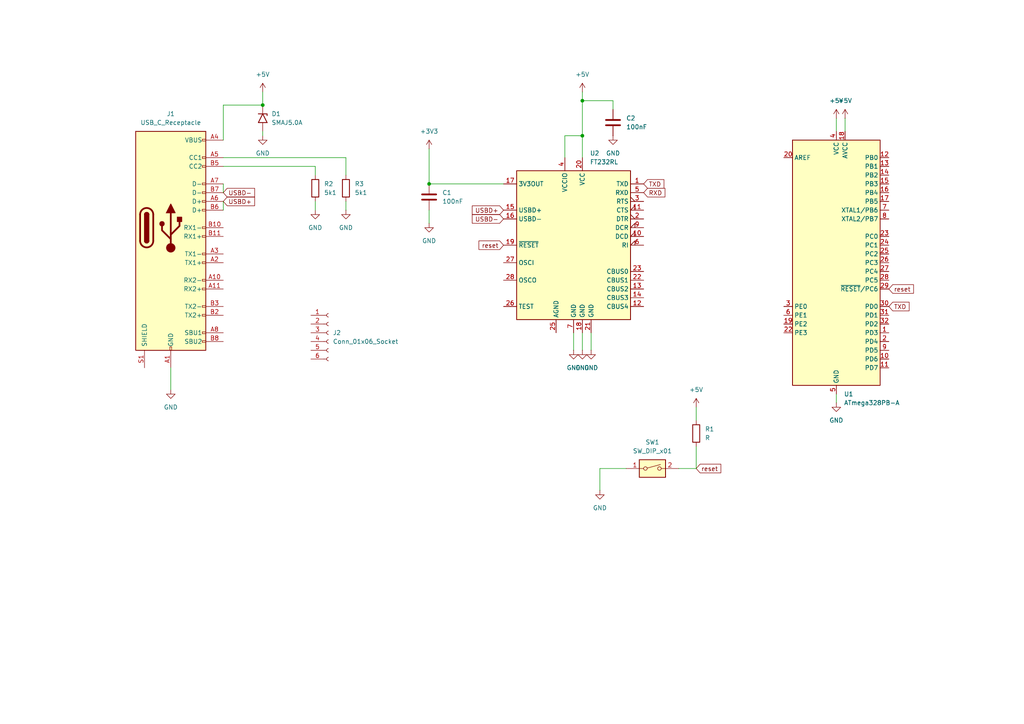
<source format=kicad_sch>
(kicad_sch (version 20231120) (generator "eeschema") (generator_version "8.0")
  (paper "A4")
  (lib_symbols
    (symbol "Connector:Conn_01x06_Socket" (pin_names (offset 1.016) hide)
      (property "Reference" "J" (at 0 7.62 0))
      (property "Value" "Conn_01x06_Socket" (at 0 -10.16 0))
      (symbol "Conn_01x06_Socket_1_1"
        (arc (start 0 -7.112) (mid -0.5058 -7.62) (end 0 -8.128) (stroke (width 0.1524)))
        (arc (start 0 -4.572) (mid -0.5058 -5.08) (end 0 -5.588) (stroke (width 0.1524)))
        (arc (start 0 -2.032) (mid -0.5058 -2.54) (end 0 -3.048) (stroke (width 0.1524)))
        (polyline (pts (xy -1.27 -7.62) (xy -0.508 -7.62)) (stroke (width 0.1524)))
        (polyline (pts (xy -1.27 -5.08) (xy -0.508 -5.08)) (stroke (width 0.1524)))
        (polyline (pts (xy -1.27 -2.54) (xy -0.508 -2.54)) (stroke (width 0.1524)))
        (polyline (pts (xy -1.27 0) (xy -0.508 0)) (stroke (width 0.1524)))
        (polyline (pts (xy -1.27 2.54) (xy -0.508 2.54)) (stroke (width 0.1524)))
        (polyline (pts (xy -1.27 5.08) (xy -0.508 5.08)) (stroke (width 0.1524)))
        (arc (start 0 0.508) (mid -0.5058 0) (end 0 -0.508) (stroke (width 0.1524)))
        (arc (start 0 3.048) (mid -0.5058 2.54) (end 0 2.032) (stroke (width 0.1524)))
        (arc (start 0 5.588) (mid -0.5058 5.08) (end 0 4.572) (stroke (width 0.1524)))
        (pin passive line (at -5.08 5.08 0) (length 3.81) (name "Pin_1") (number "1"))
        (pin passive line (at -5.08 2.54 0) (length 3.81) (name "Pin_2") (number "2"))
        (pin passive line (at -5.08 0 0) (length 3.81) (name "Pin_3") (number "3"))
        (pin passive line (at -5.08 -2.54 0) (length 3.81) (name "Pin_4") (number "4"))
        (pin passive line (at -5.08 -5.08 0) (length 3.81) (name "Pin_5") (number "5"))
        (pin passive line (at -5.08 -7.62 0) (length 3.81) (name "Pin_6") (number "6"))
      )
    )
    (symbol "Connector:USB_C_Receptacle" (pin_names (offset 1.016))
      (property "Reference" "J" (at -10.16 29.21 0))
      (property "Value" "USB_C_Receptacle" (at 10.16 29.21 0))
      (symbol "USB_C_Receptacle_0_0"
        (rectangle (start -0.254 -35.56) (end 0.254 -34.544))
        (rectangle (start 10.16 -32.766) (end 9.144 -33.274))
        (rectangle (start 10.16 -30.226) (end 9.144 -30.734))
        (rectangle (start 10.16 -25.146) (end 9.144 -25.654))
        (rectangle (start 10.16 -22.606) (end 9.144 -23.114))
        (rectangle (start 10.16 -17.526) (end 9.144 -18.034))
        (rectangle (start 10.16 -14.986) (end 9.144 -15.494))
        (rectangle (start 10.16 -9.906) (end 9.144 -10.414))
        (rectangle (start 10.16 -7.366) (end 9.144 -7.874))
        (rectangle (start 10.16 -2.286) (end 9.144 -2.794))
        (rectangle (start 10.16 0.254) (end 9.144 -0.254))
        (rectangle (start 10.16 5.334) (end 9.144 4.826))
        (rectangle (start 10.16 7.874) (end 9.144 7.366))
        (rectangle (start 10.16 10.414) (end 9.144 9.906))
        (rectangle (start 10.16 12.954) (end 9.144 12.446))
        (rectangle (start 10.16 18.034) (end 9.144 17.526))
        (rectangle (start 10.16 20.574) (end 9.144 20.066))
        (rectangle (start 10.16 25.654) (end 9.144 25.146))
      )
      (symbol "USB_C_Receptacle_0_1"
        (rectangle (start -10.16 27.94) (end 10.16 -35.56) (stroke (width 0.254)) (fill (type background)))
        (arc (start -8.89 -3.81) (mid -6.985 -5.7067) (end -5.08 -3.81) (stroke (width 0.508)))
        (arc (start -7.62 -3.81) (mid -6.985 -4.4423) (end -6.35 -3.81) (stroke (width 0.254)))
        (arc (start -7.62 -3.81) (mid -6.985 -4.4423) (end -6.35 -3.81) (stroke (width 0.254)) (fill (type outline)))
        (rectangle (start -7.62 -3.81) (end -6.35 3.81) (stroke (width 0.254)) (fill (type outline)))
        (arc (start -6.35 3.81) (mid -6.985 4.4423) (end -7.62 3.81) (stroke (width 0.254)))
        (arc (start -6.35 3.81) (mid -6.985 4.4423) (end -7.62 3.81) (stroke (width 0.254)) (fill (type outline)))
        (arc (start -5.08 3.81) (mid -6.985 5.7067) (end -8.89 3.81) (stroke (width 0.508)))
        (polyline (pts (xy -8.89 -3.81) (xy -8.89 3.81)) (stroke (width 0.508)))
        (polyline (pts (xy -5.08 3.81) (xy -5.08 -3.81)) (stroke (width 0.508)))
      )
      (symbol "USB_C_Receptacle_1_1"
        (circle (center -2.54 1.143) (radius 0.635) (stroke (width 0.254)) (fill (type outline)))
        (circle (center 0 -5.842) (radius 1.27) (fill (type outline)))
        (polyline (pts (xy 0 -5.842) (xy 0 4.318)) (stroke (width 0.508)))
        (polyline (pts (xy 0 -3.302) (xy -2.54 -0.762) (xy -2.54 0.508)) (stroke (width 0.508)))
        (polyline (pts (xy 0 -2.032) (xy 2.54 0.508) (xy 2.54 1.778)) (stroke (width 0.508)))
        (polyline (pts (xy -1.27 4.318) (xy 0 6.858) (xy 1.27 4.318) (xy -1.27 4.318)) (stroke (width 0.254)) (fill (type outline)))
        (rectangle (start 1.905 1.778) (end 3.175 3.048) (stroke (width 0.254)) (fill (type outline)))
        (pin passive line (at 0 -40.64 90) (length 5.08) (name "GND") (number "A1"))
        (pin bidirectional line (at 15.24 -15.24 180) (length 5.08) (name "RX2-") (number "A10"))
        (pin bidirectional line (at 15.24 -17.78 180) (length 5.08) (name "RX2+") (number "A11"))
        (pin passive line (at 0 -40.64 90) (length 5.08) hide (name "GND") (number "A12"))
        (pin bidirectional line (at 15.24 -10.16 180) (length 5.08) (name "TX1+") (number "A2"))
        (pin bidirectional line (at 15.24 -7.62 180) (length 5.08) (name "TX1-") (number "A3"))
        (pin passive line (at 15.24 25.4 180) (length 5.08) (name "VBUS") (number "A4"))
        (pin bidirectional line (at 15.24 20.32 180) (length 5.08) (name "CC1") (number "A5"))
        (pin bidirectional line (at 15.24 7.62 180) (length 5.08) (name "D+") (number "A6"))
        (pin bidirectional line (at 15.24 12.7 180) (length 5.08) (name "D-") (number "A7"))
        (pin bidirectional line (at 15.24 -30.48 180) (length 5.08) (name "SBU1") (number "A8"))
        (pin passive line (at 15.24 25.4 180) (length 5.08) hide (name "VBUS") (number "A9"))
        (pin passive line (at 0 -40.64 90) (length 5.08) hide (name "GND") (number "B1"))
        (pin bidirectional line (at 15.24 0 180) (length 5.08) (name "RX1-") (number "B10"))
        (pin bidirectional line (at 15.24 -2.54 180) (length 5.08) (name "RX1+") (number "B11"))
        (pin passive line (at 0 -40.64 90) (length 5.08) hide (name "GND") (number "B12"))
        (pin bidirectional line (at 15.24 -25.4 180) (length 5.08) (name "TX2+") (number "B2"))
        (pin bidirectional line (at 15.24 -22.86 180) (length 5.08) (name "TX2-") (number "B3"))
        (pin passive line (at 15.24 25.4 180) (length 5.08) hide (name "VBUS") (number "B4"))
        (pin bidirectional line (at 15.24 17.78 180) (length 5.08) (name "CC2") (number "B5"))
        (pin bidirectional line (at 15.24 5.08 180) (length 5.08) (name "D+") (number "B6"))
        (pin bidirectional line (at 15.24 10.16 180) (length 5.08) (name "D-") (number "B7"))
        (pin bidirectional line (at 15.24 -33.02 180) (length 5.08) (name "SBU2") (number "B8"))
        (pin passive line (at 15.24 25.4 180) (length 5.08) hide (name "VBUS") (number "B9"))
        (pin passive line (at -7.62 -40.64 90) (length 5.08) (name "SHIELD") (number "S1"))
      )
    )
    (symbol "Device:C" (pin_numbers hide) (pin_names (offset 0.254))
      (property "Reference" "C" (at 0.635 2.54 0))
      (property "Value" "C" (at 0.635 -2.54 0))
      (symbol "C_0_1"
        (polyline (pts (xy -2.032 -0.762) (xy 2.032 -0.762)) (stroke (width 0.508)))
        (polyline (pts (xy -2.032 0.762) (xy 2.032 0.762)) (stroke (width 0.508)))
      )
      (symbol "C_1_1"
        (pin passive line (at 0 3.81 270) (length 2.794) (name "~") (number "1"))
        (pin passive line (at 0 -3.81 90) (length 2.794) (name "~") (number "2"))
      )
    )
    (symbol "Device:R" (pin_numbers hide) (pin_names (offset 0))
      (property "Reference" "R" (at 2.032 0 90))
      (property "Value" "R" (at 0 0 90))
      (symbol "R_0_1"
        (rectangle (start -1.016 -2.54) (end 1.016 2.54) (stroke (width 0.254)))
      )
      (symbol "R_1_1"
        (pin passive line (at 0 3.81 270) (length 1.27) (name "~") (number "1"))
        (pin passive line (at 0 -3.81 90) (length 1.27) (name "~") (number "2"))
      )
    )
    (symbol "Diode:SMAJ5.0A" (pin_numbers hide) (pin_names (offset 1.016) hide)
      (property "Reference" "D" (at 0 2.54 0))
      (property "Value" "SMAJ5.0A" (at 0 -2.54 0))
      (symbol "SMAJ5.0A_0_1"
        (polyline (pts (xy -0.762 1.27) (xy -1.27 1.27) (xy -1.27 -1.27)) (stroke (width 0.254)))
        (polyline (pts (xy 1.27 1.27) (xy 1.27 -1.27) (xy -1.27 0) (xy 1.27 1.27)) (stroke (width 0.254)))
      )
      (symbol "SMAJ5.0A_1_1"
        (pin passive line (at -3.81 0 0) (length 2.54) (name "A1") (number "1"))
        (pin passive line (at 3.81 0 180) (length 2.54) (name "A2") (number "2"))
      )
    )
    (symbol "Interface_USB:FT232RL"
      (property "Reference" "U" (at -16.51 22.86 0))
      (property "Value" "FT232RL" (at 10.16 22.86 0))
      (symbol "FT232RL_0_1"
        (rectangle (start -16.51 21.59) (end 16.51 -21.59) (stroke (width 0.254)) (fill (type background)))
      )
      (symbol "FT232RL_1_1"
        (pin output line (at 20.32 17.78 180) (length 3.81) (name "TXD") (number "1"))
        (pin input input_low (at 20.32 2.54 180) (length 3.81) (name "DCD") (number "10"))
        (pin input input_low (at 20.32 10.16 180) (length 3.81) (name "CTS") (number "11"))
        (pin bidirectional line (at 20.32 -17.78 180) (length 3.81) (name "CBUS4") (number "12"))
        (pin bidirectional line (at 20.32 -12.7 180) (length 3.81) (name "CBUS2") (number "13"))
        (pin bidirectional line (at 20.32 -15.24 180) (length 3.81) (name "CBUS3") (number "14"))
        (pin bidirectional line (at -20.32 10.16 0) (length 3.81) (name "USBD+") (number "15"))
        (pin bidirectional line (at -20.32 7.62 0) (length 3.81) (name "USBD-") (number "16"))
        (pin power_out line (at -20.32 17.78 0) (length 3.81) (name "3V3OUT") (number "17"))
        (pin power_in line (at 2.54 -25.4 90) (length 3.81) (name "GND") (number "18"))
        (pin input line (at -20.32 0 0) (length 3.81) (name "~{RESET}") (number "19"))
        (pin output output_low (at 20.32 7.62 180) (length 3.81) (name "DTR") (number "2"))
        (pin power_in line (at 2.54 25.4 270) (length 3.81) (name "VCC") (number "20"))
        (pin power_in line (at 5.08 -25.4 90) (length 3.81) (name "GND") (number "21"))
        (pin bidirectional line (at 20.32 -10.16 180) (length 3.81) (name "CBUS1") (number "22"))
        (pin bidirectional line (at 20.32 -7.62 180) (length 3.81) (name "CBUS0") (number "23"))
        (pin power_in line (at -5.08 -25.4 90) (length 3.81) (name "AGND") (number "25"))
        (pin input line (at -20.32 -17.78 0) (length 3.81) (name "TEST") (number "26"))
        (pin input line (at -20.32 -5.08 0) (length 3.81) (name "OSCI") (number "27"))
        (pin output line (at -20.32 -10.16 0) (length 3.81) (name "OSCO") (number "28"))
        (pin output output_low (at 20.32 12.7 180) (length 3.81) (name "RTS") (number "3"))
        (pin power_in line (at -2.54 25.4 270) (length 3.81) (name "VCCIO") (number "4"))
        (pin input line (at 20.32 15.24 180) (length 3.81) (name "RXD") (number "5"))
        (pin input input_low (at 20.32 0 180) (length 3.81) (name "RI") (number "6"))
        (pin power_in line (at 0 -25.4 90) (length 3.81) (name "GND") (number "7"))
        (pin input input_low (at 20.32 5.08 180) (length 3.81) (name "DCR") (number "9"))
      )
    )
    (symbol "MCU_Microchip_ATmega:ATmega328PB-A"
      (property "Reference" "U" (at -12.7 36.83 0))
      (property "Value" "ATmega328PB-A" (at 2.54 -36.83 0))
      (symbol "ATmega328PB-A_0_1"
        (rectangle (start -12.7 -35.56) (end 12.7 35.56) (stroke (width 0.254)) (fill (type background)))
      )
      (symbol "ATmega328PB-A_1_1"
        (pin bidirectional line (at 15.24 -20.32 180) (length 2.54) (name "PD3") (number "1"))
        (pin bidirectional line (at 15.24 -27.94 180) (length 2.54) (name "PD6") (number "10"))
        (pin bidirectional line (at 15.24 -30.48 180) (length 2.54) (name "PD7") (number "11"))
        (pin bidirectional line (at 15.24 30.48 180) (length 2.54) (name "PB0") (number "12"))
        (pin bidirectional line (at 15.24 27.94 180) (length 2.54) (name "PB1") (number "13"))
        (pin bidirectional line (at 15.24 25.4 180) (length 2.54) (name "PB2") (number "14"))
        (pin bidirectional line (at 15.24 22.86 180) (length 2.54) (name "PB3") (number "15"))
        (pin bidirectional line (at 15.24 20.32 180) (length 2.54) (name "PB4") (number "16"))
        (pin bidirectional line (at 15.24 17.78 180) (length 2.54) (name "PB5") (number "17"))
        (pin power_in line (at 2.54 38.1 270) (length 2.54) (name "AVCC") (number "18"))
        (pin bidirectional line (at -15.24 -17.78 0) (length 2.54) (name "PE2") (number "19"))
        (pin bidirectional line (at 15.24 -22.86 180) (length 2.54) (name "PD4") (number "2"))
        (pin passive line (at -15.24 30.48 0) (length 2.54) (name "AREF") (number "20"))
        (pin passive line (at 0 -38.1 90) (length 2.54) hide (name "GND") (number "21"))
        (pin bidirectional line (at -15.24 -20.32 0) (length 2.54) (name "PE3") (number "22"))
        (pin bidirectional line (at 15.24 7.62 180) (length 2.54) (name "PC0") (number "23"))
        (pin bidirectional line (at 15.24 5.08 180) (length 2.54) (name "PC1") (number "24"))
        (pin bidirectional line (at 15.24 2.54 180) (length 2.54) (name "PC2") (number "25"))
        (pin bidirectional line (at 15.24 0 180) (length 2.54) (name "PC3") (number "26"))
        (pin bidirectional line (at 15.24 -2.54 180) (length 2.54) (name "PC4") (number "27"))
        (pin bidirectional line (at 15.24 -5.08 180) (length 2.54) (name "PC5") (number "28"))
        (pin bidirectional line (at 15.24 -7.62 180) (length 2.54) (name "~{RESET}/PC6") (number "29"))
        (pin bidirectional line (at -15.24 -12.7 0) (length 2.54) (name "PE0") (number "3"))
        (pin bidirectional line (at 15.24 -12.7 180) (length 2.54) (name "PD0") (number "30"))
        (pin bidirectional line (at 15.24 -15.24 180) (length 2.54) (name "PD1") (number "31"))
        (pin bidirectional line (at 15.24 -17.78 180) (length 2.54) (name "PD2") (number "32"))
        (pin power_in line (at 0 38.1 270) (length 2.54) (name "VCC") (number "4"))
        (pin power_in line (at 0 -38.1 90) (length 2.54) (name "GND") (number "5"))
        (pin bidirectional line (at -15.24 -15.24 0) (length 2.54) (name "PE1") (number "6"))
        (pin bidirectional line (at 15.24 15.24 180) (length 2.54) (name "XTAL1/PB6") (number "7"))
        (pin bidirectional line (at 15.24 12.7 180) (length 2.54) (name "XTAL2/PB7") (number "8"))
        (pin bidirectional line (at 15.24 -25.4 180) (length 2.54) (name "PD5") (number "9"))
      )
    )
    (symbol "Switch:SW_DIP_x01" (pin_names (offset 0) hide)
      (property "Reference" "SW" (at 0 3.81 0))
      (property "Value" "SW_DIP_x01" (at 0 -3.81 0))
      (symbol "SW_DIP_x01_0_0"
        (circle (center -2.032 0) (radius 0.508))
        (polyline (pts (xy -1.524 0.127) (xy 2.3622 1.1684)))
        (circle (center 2.032 0) (radius 0.508))
      )
      (symbol "SW_DIP_x01_0_1"
        (rectangle (start -3.81 2.54) (end 3.81 -2.54) (stroke (width 0.254)) (fill (type background)))
      )
      (symbol "SW_DIP_x01_1_1"
        (pin passive line (at -7.62 0 0) (length 5.08) (name "~") (number "1"))
        (pin passive line (at 7.62 0 180) (length 5.08) (name "~") (number "2"))
      )
    )
    (symbol "power:+3V3" (power) (pin_numbers hide) (pin_names (offset 0) hide)
      (property "Value" "+3V3" (at 0 3.556 0))
      (symbol "+3V3_0_1"
        (polyline (pts (xy -0.762 1.27) (xy 0 2.54)))
        (polyline (pts (xy 0 0) (xy 0 2.54)))
        (polyline (pts (xy 0 2.54) (xy 0.762 1.27)))
      )
      (symbol "+3V3_1_1"
        (pin power_in line (at 0 0 90) (length 0) (name "~") (number "1"))
      )
    )
    (symbol "power:+5V" (power) (pin_numbers hide) (pin_names (offset 0) hide)
      (property "Value" "+5V" (at 0 3.556 0))
      (symbol "+5V_0_1"
        (polyline (pts (xy -0.762 1.27) (xy 0 2.54)))
        (polyline (pts (xy 0 0) (xy 0 2.54)))
        (polyline (pts (xy 0 2.54) (xy 0.762 1.27)))
      )
      (symbol "+5V_1_1"
        (pin power_in line (at 0 0 90) (length 0) (name "~") (number "1"))
      )
    )
    (symbol "power:GND" (power) (pin_numbers hide) (pin_names (offset 0) hide)
      (property "Value" "GND" (at 0 -3.81 0))
      (symbol "GND_0_1"
        (polyline (pts (xy 0 0) (xy 0 -1.27) (xy 1.27 -1.27) (xy 0 -2.54) (xy -1.27 -1.27) (xy 0 -1.27)))
      )
      (symbol "GND_1_1"
        (pin power_in line (at 0 0 270) (length 0) (name "~") (number "1"))
      )
    )
  )
  (junction (at 168.91 39.37))
  (junction (at 76.2 30.48))
  (junction (at 124.46 53.34))
  (junction (at 168.91 29.21))
  (wire (pts (xy 201.93 118.11) (xy 201.93 121.92)))
  (wire (pts (xy 124.46 43.18) (xy 124.46 53.34)))
  (wire (pts (xy 100.33 45.72) (xy 100.33 50.8)))
  (wire (pts (xy 124.46 60.96) (xy 124.46 64.77)))
  (wire (pts (xy 168.91 39.37) (xy 168.91 45.72)))
  (wire (pts (xy 64.77 53.34) (xy 64.77 55.88)))
  (wire (pts (xy 171.45 96.52) (xy 171.45 101.6)))
  (wire (pts (xy 177.8 31.75) (xy 177.8 29.21)))
  (wire (pts (xy 91.44 48.26) (xy 91.44 50.8)))
  (wire (pts (xy 168.91 26.67) (xy 168.91 29.21)))
  (wire (pts (xy 163.83 39.37) (xy 168.91 39.37)))
  (wire (pts (xy 49.53 106.68) (xy 49.53 113.03)))
  (wire (pts (xy 181.61 135.89) (xy 173.99 135.89)))
  (wire (pts (xy 76.2 30.48) (xy 76.2 26.67)))
  (wire (pts (xy 64.77 48.26) (xy 91.44 48.26)))
  (wire (pts (xy 166.37 96.52) (xy 166.37 101.6)))
  (wire (pts (xy 242.57 114.3) (xy 242.57 116.84)))
  (wire (pts (xy 64.77 30.48) (xy 76.2 30.48)))
  (wire (pts (xy 124.46 53.34) (xy 146.05 53.34)))
  (wire (pts (xy 196.85 135.89) (xy 201.93 135.89)))
  (wire (pts (xy 100.33 58.42) (xy 100.33 60.96)))
  (wire (pts (xy 201.93 135.89) (xy 201.93 129.54)))
  (wire (pts (xy 64.77 45.72) (xy 100.33 45.72)))
  (wire (pts (xy 168.91 96.52) (xy 168.91 101.6)))
  (wire (pts (xy 76.2 38.1) (xy 76.2 39.37)))
  (wire (pts (xy 245.11 34.29) (xy 245.11 38.1)))
  (wire (pts (xy 91.44 58.42) (xy 91.44 60.96)))
  (wire (pts (xy 177.8 29.21) (xy 168.91 29.21)))
  (wire (pts (xy 173.99 135.89) (xy 173.99 142.24)))
  (wire (pts (xy 64.77 58.42) (xy 64.77 60.96)))
  (wire (pts (xy 242.57 34.29) (xy 242.57 38.1)))
  (wire (pts (xy 163.83 45.72) (xy 163.83 39.37)))
  (wire (pts (xy 64.77 30.48) (xy 64.77 40.64)))
  (wire (pts (xy 168.91 29.21) (xy 168.91 39.37)))
  (global_label "TXD" (shape input) (at 186.69 53.34 0) (property "Intersheetrefs" "${INTERSHEET_REFS}" (effects (hide yes))))
  (global_label "reset" (shape input) (at 257.81 83.82 0) (property "Intersheetrefs" "${INTERSHEET_REFS}" (effects (hide yes))))
  (global_label "reset" (shape input) (at 201.93 135.89 0) (property "Intersheetrefs" "${INTERSHEET_REFS}" (effects (hide yes))))
  (global_label "RXD" (shape input) (at 186.69 55.88 0) (property "Intersheetrefs" "${INTERSHEET_REFS}" (effects (hide yes))))
  (global_label "USBD-" (shape input) (at 64.77 55.88 0) (property "Intersheetrefs" "${INTERSHEET_REFS}" (effects (hide yes))))
  (global_label "USBD+" (shape input) (at 146.05 60.96 180) (property "Intersheetrefs" "${INTERSHEET_REFS}" (effects (hide yes))))
  (global_label "USBD-" (shape input) (at 146.05 63.5 180) (property "Intersheetrefs" "${INTERSHEET_REFS}" (effects (hide yes))))
  (global_label "TXD" (shape input) (at 257.81 88.9 0) (property "Intersheetrefs" "${INTERSHEET_REFS}" (effects (hide yes))))
  (global_label "USBD+" (shape input) (at 64.77 58.42 0) (property "Intersheetrefs" "${INTERSHEET_REFS}" (effects (hide yes))))
  (global_label "reset" (shape input) (at 146.05 71.12 180) (property "Intersheetrefs" "${INTERSHEET_REFS}" (effects (hide yes))))
  (symbol (lib_id "power:GND") (at 166.37 101.6 0) (unit 1)
    (property "Reference" "#PWR05" (effects (hide yes)))
    (property "Value" "GND" (at 166.37 106.68 0))
    (property "Description" "Power symbol creates a global label with name \"GND\" , ground" (effects (hide yes)))
  )
  (symbol (lib_id "power:+3V3") (at 124.46 43.18 0) (unit 1)
    (property "Reference" "#PWR04" (effects (hide yes)))
    (property "Value" "+3V3" (at 124.46 38.1 0))
    (property "Description" "Power symbol creates a global label with name \"+3V3\"" (effects (hide yes)))
  )
  (symbol (lib_id "power:+5V") (at 201.93 118.11 0) (unit 1)
    (property "Reference" "#PWR010" (effects (hide yes)))
    (property "Value" "+5V" (at 201.93 113.03 0))
    (property "Description" "Power symbol creates a global label with name \"+5V\"" (effects (hide yes)))
  )
  (symbol (lib_id "power:GND") (at 168.91 101.6 0) (unit 1)
    (property "Reference" "#PWR06" (effects (hide yes)))
    (property "Value" "GND" (at 168.91 106.68 0))
    (property "Description" "Power symbol creates a global label with name \"GND\" , ground" (effects (hide yes)))
  )
  (symbol (lib_id "power:GND") (at 100.33 60.96 0) (unit 1)
    (property "Reference" "#PWR014" (effects (hide yes)))
    (property "Value" "GND" (at 100.33 66.04 0))
    (property "Description" "Power symbol creates a global label with name \"GND\" , ground" (effects (hide yes)))
  )
  (symbol (lib_id "Device:C") (at 124.46 57.15 0) (unit 1)
    (property "Reference" "C1" (at 128.27 55.8799 0) (effects (justify left)))
    (property "Value" "100nF" (at 128.27 58.4199 0) (effects (justify left)))
    (property "Description" "Unpolarized capacitor" (effects (hide yes)))
  )
  (symbol (lib_id "power:+5V") (at 242.57 34.29 0) (unit 1)
    (property "Reference" "#PWR09" (effects (hide yes)))
    (property "Value" "+5V" (at 242.57 29.21 0))
    (property "Description" "Power symbol creates a global label with name \"+5V\"" (effects (hide yes)))
  )
  (symbol (lib_id "power:GND") (at 177.8 39.37 0) (unit 1)
    (property "Reference" "#PWR017" (effects (hide yes)))
    (property "Value" "GND" (at 177.8 44.45 0))
    (property "Description" "Power symbol creates a global label with name \"GND\" , ground" (effects (hide yes)))
  )
  (symbol (lib_id "power:GND") (at 76.2 39.37 0) (unit 1)
    (property "Reference" "#PWR016" (effects (hide yes)))
    (property "Value" "GND" (at 76.2 44.45 0))
    (property "Description" "Power symbol creates a global label with name \"GND\" , ground" (effects (hide yes)))
  )
  (symbol (lib_id "power:+5V") (at 76.2 26.67 0) (unit 1)
    (property "Reference" "#PWR02" (effects (hide yes)))
    (property "Value" "+5V" (at 76.2 21.59 0))
    (property "Description" "Power symbol creates a global label with name \"+5V\"" (effects (hide yes)))
  )
  (symbol (lib_id "Device:C") (at 177.8 35.56 0) (unit 1)
    (property "Reference" "C2" (at 181.61 34.2899 0) (effects (justify left)))
    (property "Value" "100nF" (at 181.61 36.8299 0) (effects (justify left)))
    (property "Description" "Unpolarized capacitor" (effects (hide yes)))
  )
  (symbol (lib_id "Diode:SMAJ5.0A") (at 76.2 34.29 270) (unit 1)
    (property "Reference" "D1" (at 78.74 33.0199 90) (effects (justify left)))
    (property "Value" "SMAJ5.0A" (at 78.74 35.5599 90) (effects (justify left)))
    (property "Footprint" "Diode_SMD:D_SMA" (effects (hide yes)))
    (property "Datasheet" "https://www.littelfuse.com/media?resourcetype=datasheets&itemid=75e32973-b177-4ee3-a0ff-cedaf1abdb93&filename=smaj-datasheet" (effects (hide yes)))
    (property "Description" "400W unidirectional Transient Voltage Suppressor, 5.0Vr, SMA(DO-214AC)" (effects (hide yes)))
  )
  (symbol (lib_id "Connector:USB_C_Receptacle") (at 49.53 66.04 0) (unit 1)
    (property "Reference" "J1" (at 49.53 33.02 0))
    (property "Value" "USB_C_Receptacle" (at 49.53 35.56 0))
    (property "Datasheet" "https://www.usb.org/sites/default/files/documents/usb_type-c.zip" (effects (hide yes)))
    (property "Description" "USB Full-Featured Type-C Receptacle connector" (effects (hide yes)))
  )
  (symbol (lib_id "power:+5V") (at 245.11 34.29 0) (unit 1)
    (property "Reference" "#PWR012" (effects (hide yes)))
    (property "Value" "+5V" (at 245.11 29.21 0))
    (property "Description" "Power symbol creates a global label with name \"+5V\"" (effects (hide yes)))
  )
  (symbol (lib_id "Device:R") (at 201.93 125.73 0) (unit 1)
    (property "Reference" "R1" (at 204.47 124.4599 0) (effects (justify left)))
    (property "Value" "R" (at 204.47 126.9999 0) (effects (justify left)))
    (property "Description" "Resistor" (effects (hide yes)))
  )
  (symbol (lib_id "Connector:Conn_01x06_Socket") (at 95.25 96.52 0) (unit 1)
    (property "Reference" "J2" (at 96.52 96.5199 0) (effects (justify left)))
    (property "Value" "Conn_01x06_Socket" (at 96.52 99.0599 0) (effects (justify left)))
    (property "Description" "Generic connector, single row, 01x06, script generated" (effects (hide yes)))
  )
  (symbol (lib_id "Device:R") (at 91.44 54.61 0) (unit 1)
    (property "Reference" "R2" (at 93.98 53.3399 0) (effects (justify left)))
    (property "Value" "5k1" (at 93.98 55.8799 0) (effects (justify left)))
    (property "Description" "Resistor" (effects (hide yes)))
  )
  (symbol (lib_id "Interface_USB:FT232RL") (at 166.37 71.12 0) (unit 1)
    (property "Reference" "U2" (at 171.1041 44.45 0) (effects (justify left)))
    (property "Value" "FT232RL" (at 171.1041 46.99 0) (effects (justify left)))
    (property "Footprint" "Package_SO:SSOP-28_5.3x10.2mm_P0.65mm" (effects (hide yes)))
    (property "Datasheet" "https://www.ftdichip.com/Support/Documents/DataSheets/ICs/DS_FT232R.pdf" (effects (hide yes)))
    (property "Description" "USB to Serial Interface, SSOP-28" (effects (hide yes)))
  )
  (symbol (lib_id "MCU_Microchip_ATmega:ATmega328PB-A") (at 242.57 76.2 0) (unit 1)
    (property "Reference" "U1" (at 244.7641 114.3 0) (effects (justify left)))
    (property "Value" "ATmega328PB-A" (at 244.7641 116.84 0) (effects (justify left)))
    (property "Footprint" "Package_QFP:TQFP-32_7x7mm_P0.8mm" (effects (hide yes)))
    (property "Datasheet" "http://ww1.microchip.com/downloads/en/DeviceDoc/40001906C.pdf" (effects (hide yes)))
    (property "Description" "20MHz, 32kB Flash, 2kB SRAM, 1kB EEPROM, TQFP-32" (effects (hide yes)))
  )
  (symbol (lib_id "power:GND") (at 91.44 60.96 0) (unit 1)
    (property "Reference" "#PWR013" (effects (hide yes)))
    (property "Value" "GND" (at 91.44 66.04 0))
    (property "Description" "Power symbol creates a global label with name \"GND\" , ground" (effects (hide yes)))
  )
  (symbol (lib_id "Switch:SW_DIP_x01") (at 189.23 135.89 0) (unit 1)
    (property "Reference" "SW1" (at 189.23 128.27 0))
    (property "Value" "SW_DIP_x01" (at 189.23 130.81 0))
    (property "Footprint" "Button_Switch_SMD:SW_SPST_EVQQ2" (effects (hide yes)))
    (property "Description" "1x DIP Switch, Single Pole Single Throw (SPST) switch, small symbol" (effects (hide yes)))
  )
  (symbol (lib_id "power:GND") (at 49.53 113.03 0) (unit 1)
    (property "Reference" "#PWR01" (effects (hide yes)))
    (property "Value" "GND" (at 49.53 118.11 0))
    (property "Description" "Power symbol creates a global label with name \"GND\" , ground" (effects (hide yes)))
  )
  (symbol (lib_id "power:GND") (at 173.99 142.24 0) (unit 1)
    (property "Reference" "#PWR011" (effects (hide yes)))
    (property "Value" "GND" (at 173.99 147.32 0))
    (property "Description" "Power symbol creates a global label with name \"GND\" , ground" (effects (hide yes)))
  )
  (symbol (lib_id "Device:R") (at 100.33 54.61 0) (unit 1)
    (property "Reference" "R3" (at 102.87 53.3399 0) (effects (justify left)))
    (property "Value" "5k1" (at 102.87 55.8799 0) (effects (justify left)))
    (property "Description" "Resistor" (effects (hide yes)))
  )
  (symbol (lib_id "power:+5V") (at 168.91 26.67 0) (unit 1)
    (property "Reference" "#PWR03" (effects (hide yes)))
    (property "Value" "+5V" (at 168.91 21.59 0))
    (property "Description" "Power symbol creates a global label with name \"+5V\"" (effects (hide yes)))
  )
  (symbol (lib_id "power:GND") (at 242.57 116.84 0) (unit 1)
    (property "Reference" "#PWR08" (effects (hide yes)))
    (property "Value" "GND" (at 242.57 121.92 0))
    (property "Description" "Power symbol creates a global label with name \"GND\" , ground" (effects (hide yes)))
  )
  (symbol (lib_id "power:GND") (at 124.46 64.77 0) (unit 1)
    (property "Reference" "#PWR015" (effects (hide yes)))
    (property "Value" "GND" (at 124.46 69.85 0))
    (property "Description" "Power symbol creates a global label with name \"GND\" , ground" (effects (hide yes)))
  )
  (symbol (lib_id "power:GND") (at 171.45 101.6 0) (unit 1)
    (property "Reference" "#PWR07" (effects (hide yes)))
    (property "Value" "GND" (at 171.45 106.68 0))
    (property "Description" "Power symbol creates a global label with name \"GND\" , ground" (effects (hide yes)))
  )
)
</source>
